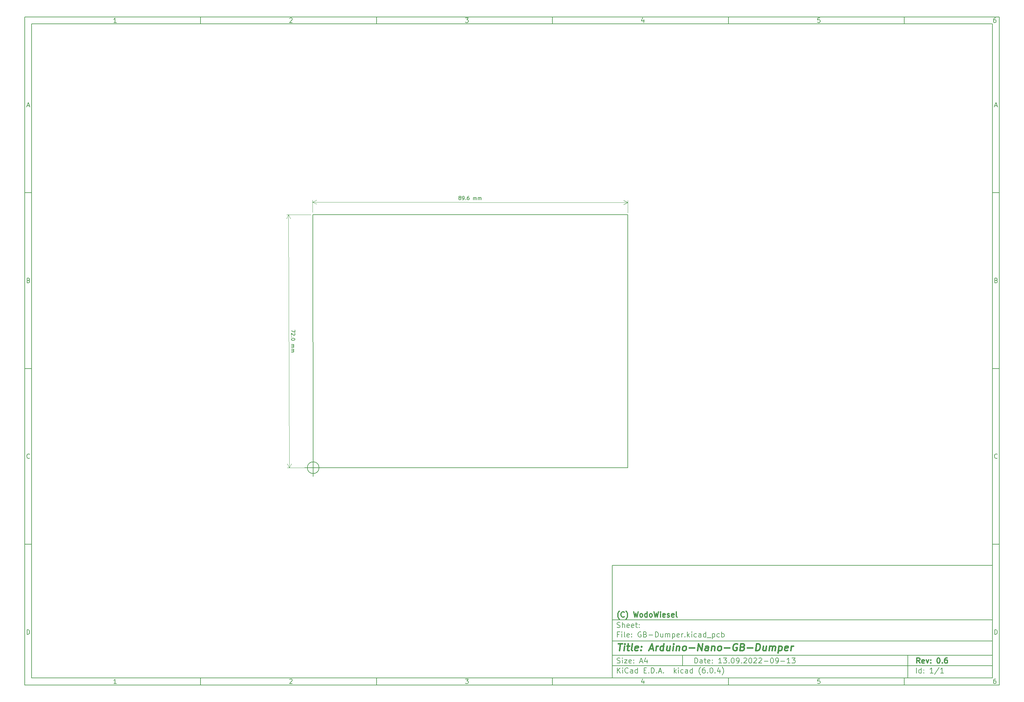
<source format=gbr>
%TF.GenerationSoftware,KiCad,Pcbnew,(6.0.4)*%
%TF.CreationDate,2022-10-03T14:38:54+02:00*%
%TF.ProjectId,GB-Dumper,47422d44-756d-4706-9572-2e6b69636164,0.6*%
%TF.SameCoordinates,PX57bcf00PY83cc3c0*%
%TF.FileFunction,OtherDrawing,Comment*%
%FSLAX46Y46*%
G04 Gerber Fmt 4.6, Leading zero omitted, Abs format (unit mm)*
G04 Created by KiCad (PCBNEW (6.0.4)) date 2022-10-03 14:38:54*
%MOMM*%
%LPD*%
G01*
G04 APERTURE LIST*
%ADD10C,0.100000*%
%ADD11C,0.150000*%
%ADD12C,0.300000*%
%ADD13C,0.400000*%
%TA.AperFunction,Profile*%
%ADD14C,0.150000*%
%TD*%
G04 APERTURE END LIST*
D10*
D11*
X85002200Y-27807200D02*
X85002200Y-59807200D01*
X193002200Y-59807200D01*
X193002200Y-27807200D01*
X85002200Y-27807200D01*
D10*
D11*
X-82000000Y128200000D02*
X-82000000Y-61807200D01*
X195002200Y-61807200D01*
X195002200Y128200000D01*
X-82000000Y128200000D01*
D10*
D11*
X-80000000Y126200000D02*
X-80000000Y-59807200D01*
X193002200Y-59807200D01*
X193002200Y126200000D01*
X-80000000Y126200000D01*
D10*
D11*
X-32000000Y126200000D02*
X-32000000Y128200000D01*
D10*
D11*
X18000000Y126200000D02*
X18000000Y128200000D01*
D10*
D11*
X68000000Y126200000D02*
X68000000Y128200000D01*
D10*
D11*
X118000000Y126200000D02*
X118000000Y128200000D01*
D10*
D11*
X168000000Y126200000D02*
X168000000Y128200000D01*
D10*
D11*
X-55934524Y126611905D02*
X-56677381Y126611905D01*
X-56305953Y126611905D02*
X-56305953Y127911905D01*
X-56429762Y127726191D01*
X-56553572Y127602381D01*
X-56677381Y127540477D01*
D10*
D11*
X-6677381Y127788096D02*
X-6615477Y127850000D01*
X-6491667Y127911905D01*
X-6182143Y127911905D01*
X-6058334Y127850000D01*
X-5996429Y127788096D01*
X-5934524Y127664286D01*
X-5934524Y127540477D01*
X-5996429Y127354762D01*
X-6739286Y126611905D01*
X-5934524Y126611905D01*
D10*
D11*
X43260714Y127911905D02*
X44065476Y127911905D01*
X43632142Y127416667D01*
X43817857Y127416667D01*
X43941666Y127354762D01*
X44003571Y127292858D01*
X44065476Y127169048D01*
X44065476Y126859524D01*
X44003571Y126735715D01*
X43941666Y126673810D01*
X43817857Y126611905D01*
X43446428Y126611905D01*
X43322619Y126673810D01*
X43260714Y126735715D01*
D10*
D11*
X93941666Y127478572D02*
X93941666Y126611905D01*
X93632142Y127973810D02*
X93322619Y127045239D01*
X94127380Y127045239D01*
D10*
D11*
X144003571Y127911905D02*
X143384523Y127911905D01*
X143322619Y127292858D01*
X143384523Y127354762D01*
X143508333Y127416667D01*
X143817857Y127416667D01*
X143941666Y127354762D01*
X144003571Y127292858D01*
X144065476Y127169048D01*
X144065476Y126859524D01*
X144003571Y126735715D01*
X143941666Y126673810D01*
X143817857Y126611905D01*
X143508333Y126611905D01*
X143384523Y126673810D01*
X143322619Y126735715D01*
D10*
D11*
X193941666Y127911905D02*
X193694047Y127911905D01*
X193570238Y127850000D01*
X193508333Y127788096D01*
X193384523Y127602381D01*
X193322619Y127354762D01*
X193322619Y126859524D01*
X193384523Y126735715D01*
X193446428Y126673810D01*
X193570238Y126611905D01*
X193817857Y126611905D01*
X193941666Y126673810D01*
X194003571Y126735715D01*
X194065476Y126859524D01*
X194065476Y127169048D01*
X194003571Y127292858D01*
X193941666Y127354762D01*
X193817857Y127416667D01*
X193570238Y127416667D01*
X193446428Y127354762D01*
X193384523Y127292858D01*
X193322619Y127169048D01*
D10*
D11*
X-32000000Y-59807200D02*
X-32000000Y-61807200D01*
D10*
D11*
X18000000Y-59807200D02*
X18000000Y-61807200D01*
D10*
D11*
X68000000Y-59807200D02*
X68000000Y-61807200D01*
D10*
D11*
X118000000Y-59807200D02*
X118000000Y-61807200D01*
D10*
D11*
X168000000Y-59807200D02*
X168000000Y-61807200D01*
D10*
D11*
X-55934524Y-61395295D02*
X-56677381Y-61395295D01*
X-56305953Y-61395295D02*
X-56305953Y-60095295D01*
X-56429762Y-60281009D01*
X-56553572Y-60404819D01*
X-56677381Y-60466723D01*
D10*
D11*
X-6677381Y-60219104D02*
X-6615477Y-60157200D01*
X-6491667Y-60095295D01*
X-6182143Y-60095295D01*
X-6058334Y-60157200D01*
X-5996429Y-60219104D01*
X-5934524Y-60342914D01*
X-5934524Y-60466723D01*
X-5996429Y-60652438D01*
X-6739286Y-61395295D01*
X-5934524Y-61395295D01*
D10*
D11*
X43260714Y-60095295D02*
X44065476Y-60095295D01*
X43632142Y-60590533D01*
X43817857Y-60590533D01*
X43941666Y-60652438D01*
X44003571Y-60714342D01*
X44065476Y-60838152D01*
X44065476Y-61147676D01*
X44003571Y-61271485D01*
X43941666Y-61333390D01*
X43817857Y-61395295D01*
X43446428Y-61395295D01*
X43322619Y-61333390D01*
X43260714Y-61271485D01*
D10*
D11*
X93941666Y-60528628D02*
X93941666Y-61395295D01*
X93632142Y-60033390D02*
X93322619Y-60961961D01*
X94127380Y-60961961D01*
D10*
D11*
X144003571Y-60095295D02*
X143384523Y-60095295D01*
X143322619Y-60714342D01*
X143384523Y-60652438D01*
X143508333Y-60590533D01*
X143817857Y-60590533D01*
X143941666Y-60652438D01*
X144003571Y-60714342D01*
X144065476Y-60838152D01*
X144065476Y-61147676D01*
X144003571Y-61271485D01*
X143941666Y-61333390D01*
X143817857Y-61395295D01*
X143508333Y-61395295D01*
X143384523Y-61333390D01*
X143322619Y-61271485D01*
D10*
D11*
X193941666Y-60095295D02*
X193694047Y-60095295D01*
X193570238Y-60157200D01*
X193508333Y-60219104D01*
X193384523Y-60404819D01*
X193322619Y-60652438D01*
X193322619Y-61147676D01*
X193384523Y-61271485D01*
X193446428Y-61333390D01*
X193570238Y-61395295D01*
X193817857Y-61395295D01*
X193941666Y-61333390D01*
X194003571Y-61271485D01*
X194065476Y-61147676D01*
X194065476Y-60838152D01*
X194003571Y-60714342D01*
X193941666Y-60652438D01*
X193817857Y-60590533D01*
X193570238Y-60590533D01*
X193446428Y-60652438D01*
X193384523Y-60714342D01*
X193322619Y-60838152D01*
D10*
D11*
X-82000000Y78200000D02*
X-80000000Y78200000D01*
D10*
D11*
X-82000000Y28200000D02*
X-80000000Y28200000D01*
D10*
D11*
X-82000000Y-21800000D02*
X-80000000Y-21800000D01*
D10*
D11*
X-81309524Y102983334D02*
X-80690477Y102983334D01*
X-81433334Y102611905D02*
X-81000000Y103911905D01*
X-80566667Y102611905D01*
D10*
D11*
X-80907143Y53292858D02*
X-80721429Y53230953D01*
X-80659524Y53169048D01*
X-80597620Y53045239D01*
X-80597620Y52859524D01*
X-80659524Y52735715D01*
X-80721429Y52673810D01*
X-80845239Y52611905D01*
X-81340477Y52611905D01*
X-81340477Y53911905D01*
X-80907143Y53911905D01*
X-80783334Y53850000D01*
X-80721429Y53788096D01*
X-80659524Y53664286D01*
X-80659524Y53540477D01*
X-80721429Y53416667D01*
X-80783334Y53354762D01*
X-80907143Y53292858D01*
X-81340477Y53292858D01*
D10*
D11*
X-80597620Y2735715D02*
X-80659524Y2673810D01*
X-80845239Y2611905D01*
X-80969048Y2611905D01*
X-81154762Y2673810D01*
X-81278572Y2797620D01*
X-81340477Y2921429D01*
X-81402381Y3169048D01*
X-81402381Y3354762D01*
X-81340477Y3602381D01*
X-81278572Y3726191D01*
X-81154762Y3850000D01*
X-80969048Y3911905D01*
X-80845239Y3911905D01*
X-80659524Y3850000D01*
X-80597620Y3788096D01*
D10*
D11*
X-81340477Y-47388095D02*
X-81340477Y-46088095D01*
X-81030953Y-46088095D01*
X-80845239Y-46150000D01*
X-80721429Y-46273809D01*
X-80659524Y-46397619D01*
X-80597620Y-46645238D01*
X-80597620Y-46830952D01*
X-80659524Y-47078571D01*
X-80721429Y-47202380D01*
X-80845239Y-47326190D01*
X-81030953Y-47388095D01*
X-81340477Y-47388095D01*
D10*
D11*
X195002200Y78200000D02*
X193002200Y78200000D01*
D10*
D11*
X195002200Y28200000D02*
X193002200Y28200000D01*
D10*
D11*
X195002200Y-21800000D02*
X193002200Y-21800000D01*
D10*
D11*
X193692676Y102983334D02*
X194311723Y102983334D01*
X193568866Y102611905D02*
X194002200Y103911905D01*
X194435533Y102611905D01*
D10*
D11*
X194095057Y53292858D02*
X194280771Y53230953D01*
X194342676Y53169048D01*
X194404580Y53045239D01*
X194404580Y52859524D01*
X194342676Y52735715D01*
X194280771Y52673810D01*
X194156961Y52611905D01*
X193661723Y52611905D01*
X193661723Y53911905D01*
X194095057Y53911905D01*
X194218866Y53850000D01*
X194280771Y53788096D01*
X194342676Y53664286D01*
X194342676Y53540477D01*
X194280771Y53416667D01*
X194218866Y53354762D01*
X194095057Y53292858D01*
X193661723Y53292858D01*
D10*
D11*
X194404580Y2735715D02*
X194342676Y2673810D01*
X194156961Y2611905D01*
X194033152Y2611905D01*
X193847438Y2673810D01*
X193723628Y2797620D01*
X193661723Y2921429D01*
X193599819Y3169048D01*
X193599819Y3354762D01*
X193661723Y3602381D01*
X193723628Y3726191D01*
X193847438Y3850000D01*
X194033152Y3911905D01*
X194156961Y3911905D01*
X194342676Y3850000D01*
X194404580Y3788096D01*
D10*
D11*
X193661723Y-47388095D02*
X193661723Y-46088095D01*
X193971247Y-46088095D01*
X194156961Y-46150000D01*
X194280771Y-46273809D01*
X194342676Y-46397619D01*
X194404580Y-46645238D01*
X194404580Y-46830952D01*
X194342676Y-47078571D01*
X194280771Y-47202380D01*
X194156961Y-47326190D01*
X193971247Y-47388095D01*
X193661723Y-47388095D01*
D10*
D11*
X108434342Y-55585771D02*
X108434342Y-54085771D01*
X108791485Y-54085771D01*
X109005771Y-54157200D01*
X109148628Y-54300057D01*
X109220057Y-54442914D01*
X109291485Y-54728628D01*
X109291485Y-54942914D01*
X109220057Y-55228628D01*
X109148628Y-55371485D01*
X109005771Y-55514342D01*
X108791485Y-55585771D01*
X108434342Y-55585771D01*
X110577200Y-55585771D02*
X110577200Y-54800057D01*
X110505771Y-54657200D01*
X110362914Y-54585771D01*
X110077200Y-54585771D01*
X109934342Y-54657200D01*
X110577200Y-55514342D02*
X110434342Y-55585771D01*
X110077200Y-55585771D01*
X109934342Y-55514342D01*
X109862914Y-55371485D01*
X109862914Y-55228628D01*
X109934342Y-55085771D01*
X110077200Y-55014342D01*
X110434342Y-55014342D01*
X110577200Y-54942914D01*
X111077200Y-54585771D02*
X111648628Y-54585771D01*
X111291485Y-54085771D02*
X111291485Y-55371485D01*
X111362914Y-55514342D01*
X111505771Y-55585771D01*
X111648628Y-55585771D01*
X112720057Y-55514342D02*
X112577200Y-55585771D01*
X112291485Y-55585771D01*
X112148628Y-55514342D01*
X112077200Y-55371485D01*
X112077200Y-54800057D01*
X112148628Y-54657200D01*
X112291485Y-54585771D01*
X112577200Y-54585771D01*
X112720057Y-54657200D01*
X112791485Y-54800057D01*
X112791485Y-54942914D01*
X112077200Y-55085771D01*
X113434342Y-55442914D02*
X113505771Y-55514342D01*
X113434342Y-55585771D01*
X113362914Y-55514342D01*
X113434342Y-55442914D01*
X113434342Y-55585771D01*
X113434342Y-54657200D02*
X113505771Y-54728628D01*
X113434342Y-54800057D01*
X113362914Y-54728628D01*
X113434342Y-54657200D01*
X113434342Y-54800057D01*
X116077200Y-55585771D02*
X115220057Y-55585771D01*
X115648628Y-55585771D02*
X115648628Y-54085771D01*
X115505771Y-54300057D01*
X115362914Y-54442914D01*
X115220057Y-54514342D01*
X116577200Y-54085771D02*
X117505771Y-54085771D01*
X117005771Y-54657200D01*
X117220057Y-54657200D01*
X117362914Y-54728628D01*
X117434342Y-54800057D01*
X117505771Y-54942914D01*
X117505771Y-55300057D01*
X117434342Y-55442914D01*
X117362914Y-55514342D01*
X117220057Y-55585771D01*
X116791485Y-55585771D01*
X116648628Y-55514342D01*
X116577200Y-55442914D01*
X118148628Y-55442914D02*
X118220057Y-55514342D01*
X118148628Y-55585771D01*
X118077200Y-55514342D01*
X118148628Y-55442914D01*
X118148628Y-55585771D01*
X119148628Y-54085771D02*
X119291485Y-54085771D01*
X119434342Y-54157200D01*
X119505771Y-54228628D01*
X119577200Y-54371485D01*
X119648628Y-54657200D01*
X119648628Y-55014342D01*
X119577200Y-55300057D01*
X119505771Y-55442914D01*
X119434342Y-55514342D01*
X119291485Y-55585771D01*
X119148628Y-55585771D01*
X119005771Y-55514342D01*
X118934342Y-55442914D01*
X118862914Y-55300057D01*
X118791485Y-55014342D01*
X118791485Y-54657200D01*
X118862914Y-54371485D01*
X118934342Y-54228628D01*
X119005771Y-54157200D01*
X119148628Y-54085771D01*
X120362914Y-55585771D02*
X120648628Y-55585771D01*
X120791485Y-55514342D01*
X120862914Y-55442914D01*
X121005771Y-55228628D01*
X121077200Y-54942914D01*
X121077200Y-54371485D01*
X121005771Y-54228628D01*
X120934342Y-54157200D01*
X120791485Y-54085771D01*
X120505771Y-54085771D01*
X120362914Y-54157200D01*
X120291485Y-54228628D01*
X120220057Y-54371485D01*
X120220057Y-54728628D01*
X120291485Y-54871485D01*
X120362914Y-54942914D01*
X120505771Y-55014342D01*
X120791485Y-55014342D01*
X120934342Y-54942914D01*
X121005771Y-54871485D01*
X121077200Y-54728628D01*
X121720057Y-55442914D02*
X121791485Y-55514342D01*
X121720057Y-55585771D01*
X121648628Y-55514342D01*
X121720057Y-55442914D01*
X121720057Y-55585771D01*
X122362914Y-54228628D02*
X122434342Y-54157200D01*
X122577200Y-54085771D01*
X122934342Y-54085771D01*
X123077200Y-54157200D01*
X123148628Y-54228628D01*
X123220057Y-54371485D01*
X123220057Y-54514342D01*
X123148628Y-54728628D01*
X122291485Y-55585771D01*
X123220057Y-55585771D01*
X124148628Y-54085771D02*
X124291485Y-54085771D01*
X124434342Y-54157200D01*
X124505771Y-54228628D01*
X124577200Y-54371485D01*
X124648628Y-54657200D01*
X124648628Y-55014342D01*
X124577200Y-55300057D01*
X124505771Y-55442914D01*
X124434342Y-55514342D01*
X124291485Y-55585771D01*
X124148628Y-55585771D01*
X124005771Y-55514342D01*
X123934342Y-55442914D01*
X123862914Y-55300057D01*
X123791485Y-55014342D01*
X123791485Y-54657200D01*
X123862914Y-54371485D01*
X123934342Y-54228628D01*
X124005771Y-54157200D01*
X124148628Y-54085771D01*
X125220057Y-54228628D02*
X125291485Y-54157200D01*
X125434342Y-54085771D01*
X125791485Y-54085771D01*
X125934342Y-54157200D01*
X126005771Y-54228628D01*
X126077200Y-54371485D01*
X126077200Y-54514342D01*
X126005771Y-54728628D01*
X125148628Y-55585771D01*
X126077200Y-55585771D01*
X126648628Y-54228628D02*
X126720057Y-54157200D01*
X126862914Y-54085771D01*
X127220057Y-54085771D01*
X127362914Y-54157200D01*
X127434342Y-54228628D01*
X127505771Y-54371485D01*
X127505771Y-54514342D01*
X127434342Y-54728628D01*
X126577200Y-55585771D01*
X127505771Y-55585771D01*
X128148628Y-55014342D02*
X129291485Y-55014342D01*
X130291485Y-54085771D02*
X130434342Y-54085771D01*
X130577200Y-54157200D01*
X130648628Y-54228628D01*
X130720057Y-54371485D01*
X130791485Y-54657200D01*
X130791485Y-55014342D01*
X130720057Y-55300057D01*
X130648628Y-55442914D01*
X130577200Y-55514342D01*
X130434342Y-55585771D01*
X130291485Y-55585771D01*
X130148628Y-55514342D01*
X130077200Y-55442914D01*
X130005771Y-55300057D01*
X129934342Y-55014342D01*
X129934342Y-54657200D01*
X130005771Y-54371485D01*
X130077200Y-54228628D01*
X130148628Y-54157200D01*
X130291485Y-54085771D01*
X131505771Y-55585771D02*
X131791485Y-55585771D01*
X131934342Y-55514342D01*
X132005771Y-55442914D01*
X132148628Y-55228628D01*
X132220057Y-54942914D01*
X132220057Y-54371485D01*
X132148628Y-54228628D01*
X132077200Y-54157200D01*
X131934342Y-54085771D01*
X131648628Y-54085771D01*
X131505771Y-54157200D01*
X131434342Y-54228628D01*
X131362914Y-54371485D01*
X131362914Y-54728628D01*
X131434342Y-54871485D01*
X131505771Y-54942914D01*
X131648628Y-55014342D01*
X131934342Y-55014342D01*
X132077200Y-54942914D01*
X132148628Y-54871485D01*
X132220057Y-54728628D01*
X132862914Y-55014342D02*
X134005771Y-55014342D01*
X135505771Y-55585771D02*
X134648628Y-55585771D01*
X135077200Y-55585771D02*
X135077200Y-54085771D01*
X134934342Y-54300057D01*
X134791485Y-54442914D01*
X134648628Y-54514342D01*
X136005771Y-54085771D02*
X136934342Y-54085771D01*
X136434342Y-54657200D01*
X136648628Y-54657200D01*
X136791485Y-54728628D01*
X136862914Y-54800057D01*
X136934342Y-54942914D01*
X136934342Y-55300057D01*
X136862914Y-55442914D01*
X136791485Y-55514342D01*
X136648628Y-55585771D01*
X136220057Y-55585771D01*
X136077200Y-55514342D01*
X136005771Y-55442914D01*
D10*
D11*
X85002200Y-56307200D02*
X193002200Y-56307200D01*
D10*
D11*
X86434342Y-58385771D02*
X86434342Y-56885771D01*
X87291485Y-58385771D02*
X86648628Y-57528628D01*
X87291485Y-56885771D02*
X86434342Y-57742914D01*
X87934342Y-58385771D02*
X87934342Y-57385771D01*
X87934342Y-56885771D02*
X87862914Y-56957200D01*
X87934342Y-57028628D01*
X88005771Y-56957200D01*
X87934342Y-56885771D01*
X87934342Y-57028628D01*
X89505771Y-58242914D02*
X89434342Y-58314342D01*
X89220057Y-58385771D01*
X89077200Y-58385771D01*
X88862914Y-58314342D01*
X88720057Y-58171485D01*
X88648628Y-58028628D01*
X88577200Y-57742914D01*
X88577200Y-57528628D01*
X88648628Y-57242914D01*
X88720057Y-57100057D01*
X88862914Y-56957200D01*
X89077200Y-56885771D01*
X89220057Y-56885771D01*
X89434342Y-56957200D01*
X89505771Y-57028628D01*
X90791485Y-58385771D02*
X90791485Y-57600057D01*
X90720057Y-57457200D01*
X90577200Y-57385771D01*
X90291485Y-57385771D01*
X90148628Y-57457200D01*
X90791485Y-58314342D02*
X90648628Y-58385771D01*
X90291485Y-58385771D01*
X90148628Y-58314342D01*
X90077200Y-58171485D01*
X90077200Y-58028628D01*
X90148628Y-57885771D01*
X90291485Y-57814342D01*
X90648628Y-57814342D01*
X90791485Y-57742914D01*
X92148628Y-58385771D02*
X92148628Y-56885771D01*
X92148628Y-58314342D02*
X92005771Y-58385771D01*
X91720057Y-58385771D01*
X91577200Y-58314342D01*
X91505771Y-58242914D01*
X91434342Y-58100057D01*
X91434342Y-57671485D01*
X91505771Y-57528628D01*
X91577200Y-57457200D01*
X91720057Y-57385771D01*
X92005771Y-57385771D01*
X92148628Y-57457200D01*
X94005771Y-57600057D02*
X94505771Y-57600057D01*
X94720057Y-58385771D02*
X94005771Y-58385771D01*
X94005771Y-56885771D01*
X94720057Y-56885771D01*
X95362914Y-58242914D02*
X95434342Y-58314342D01*
X95362914Y-58385771D01*
X95291485Y-58314342D01*
X95362914Y-58242914D01*
X95362914Y-58385771D01*
X96077200Y-58385771D02*
X96077200Y-56885771D01*
X96434342Y-56885771D01*
X96648628Y-56957200D01*
X96791485Y-57100057D01*
X96862914Y-57242914D01*
X96934342Y-57528628D01*
X96934342Y-57742914D01*
X96862914Y-58028628D01*
X96791485Y-58171485D01*
X96648628Y-58314342D01*
X96434342Y-58385771D01*
X96077200Y-58385771D01*
X97577200Y-58242914D02*
X97648628Y-58314342D01*
X97577200Y-58385771D01*
X97505771Y-58314342D01*
X97577200Y-58242914D01*
X97577200Y-58385771D01*
X98220057Y-57957200D02*
X98934342Y-57957200D01*
X98077200Y-58385771D02*
X98577200Y-56885771D01*
X99077200Y-58385771D01*
X99577200Y-58242914D02*
X99648628Y-58314342D01*
X99577200Y-58385771D01*
X99505771Y-58314342D01*
X99577200Y-58242914D01*
X99577200Y-58385771D01*
X102577200Y-58385771D02*
X102577200Y-56885771D01*
X102720057Y-57814342D02*
X103148628Y-58385771D01*
X103148628Y-57385771D02*
X102577200Y-57957200D01*
X103791485Y-58385771D02*
X103791485Y-57385771D01*
X103791485Y-56885771D02*
X103720057Y-56957200D01*
X103791485Y-57028628D01*
X103862914Y-56957200D01*
X103791485Y-56885771D01*
X103791485Y-57028628D01*
X105148628Y-58314342D02*
X105005771Y-58385771D01*
X104720057Y-58385771D01*
X104577200Y-58314342D01*
X104505771Y-58242914D01*
X104434342Y-58100057D01*
X104434342Y-57671485D01*
X104505771Y-57528628D01*
X104577200Y-57457200D01*
X104720057Y-57385771D01*
X105005771Y-57385771D01*
X105148628Y-57457200D01*
X106434342Y-58385771D02*
X106434342Y-57600057D01*
X106362914Y-57457200D01*
X106220057Y-57385771D01*
X105934342Y-57385771D01*
X105791485Y-57457200D01*
X106434342Y-58314342D02*
X106291485Y-58385771D01*
X105934342Y-58385771D01*
X105791485Y-58314342D01*
X105720057Y-58171485D01*
X105720057Y-58028628D01*
X105791485Y-57885771D01*
X105934342Y-57814342D01*
X106291485Y-57814342D01*
X106434342Y-57742914D01*
X107791485Y-58385771D02*
X107791485Y-56885771D01*
X107791485Y-58314342D02*
X107648628Y-58385771D01*
X107362914Y-58385771D01*
X107220057Y-58314342D01*
X107148628Y-58242914D01*
X107077200Y-58100057D01*
X107077200Y-57671485D01*
X107148628Y-57528628D01*
X107220057Y-57457200D01*
X107362914Y-57385771D01*
X107648628Y-57385771D01*
X107791485Y-57457200D01*
X110077200Y-58957200D02*
X110005771Y-58885771D01*
X109862914Y-58671485D01*
X109791485Y-58528628D01*
X109720057Y-58314342D01*
X109648628Y-57957200D01*
X109648628Y-57671485D01*
X109720057Y-57314342D01*
X109791485Y-57100057D01*
X109862914Y-56957200D01*
X110005771Y-56742914D01*
X110077200Y-56671485D01*
X111291485Y-56885771D02*
X111005771Y-56885771D01*
X110862914Y-56957200D01*
X110791485Y-57028628D01*
X110648628Y-57242914D01*
X110577200Y-57528628D01*
X110577200Y-58100057D01*
X110648628Y-58242914D01*
X110720057Y-58314342D01*
X110862914Y-58385771D01*
X111148628Y-58385771D01*
X111291485Y-58314342D01*
X111362914Y-58242914D01*
X111434342Y-58100057D01*
X111434342Y-57742914D01*
X111362914Y-57600057D01*
X111291485Y-57528628D01*
X111148628Y-57457200D01*
X110862914Y-57457200D01*
X110720057Y-57528628D01*
X110648628Y-57600057D01*
X110577200Y-57742914D01*
X112077200Y-58242914D02*
X112148628Y-58314342D01*
X112077200Y-58385771D01*
X112005771Y-58314342D01*
X112077200Y-58242914D01*
X112077200Y-58385771D01*
X113077200Y-56885771D02*
X113220057Y-56885771D01*
X113362914Y-56957200D01*
X113434342Y-57028628D01*
X113505771Y-57171485D01*
X113577200Y-57457200D01*
X113577200Y-57814342D01*
X113505771Y-58100057D01*
X113434342Y-58242914D01*
X113362914Y-58314342D01*
X113220057Y-58385771D01*
X113077200Y-58385771D01*
X112934342Y-58314342D01*
X112862914Y-58242914D01*
X112791485Y-58100057D01*
X112720057Y-57814342D01*
X112720057Y-57457200D01*
X112791485Y-57171485D01*
X112862914Y-57028628D01*
X112934342Y-56957200D01*
X113077200Y-56885771D01*
X114220057Y-58242914D02*
X114291485Y-58314342D01*
X114220057Y-58385771D01*
X114148628Y-58314342D01*
X114220057Y-58242914D01*
X114220057Y-58385771D01*
X115577200Y-57385771D02*
X115577200Y-58385771D01*
X115220057Y-56814342D02*
X114862914Y-57885771D01*
X115791485Y-57885771D01*
X116220057Y-58957200D02*
X116291485Y-58885771D01*
X116434342Y-58671485D01*
X116505771Y-58528628D01*
X116577200Y-58314342D01*
X116648628Y-57957200D01*
X116648628Y-57671485D01*
X116577200Y-57314342D01*
X116505771Y-57100057D01*
X116434342Y-56957200D01*
X116291485Y-56742914D01*
X116220057Y-56671485D01*
D10*
D11*
X85002200Y-53307200D02*
X193002200Y-53307200D01*
D10*
D12*
X172411485Y-55585771D02*
X171911485Y-54871485D01*
X171554342Y-55585771D02*
X171554342Y-54085771D01*
X172125771Y-54085771D01*
X172268628Y-54157200D01*
X172340057Y-54228628D01*
X172411485Y-54371485D01*
X172411485Y-54585771D01*
X172340057Y-54728628D01*
X172268628Y-54800057D01*
X172125771Y-54871485D01*
X171554342Y-54871485D01*
X173625771Y-55514342D02*
X173482914Y-55585771D01*
X173197200Y-55585771D01*
X173054342Y-55514342D01*
X172982914Y-55371485D01*
X172982914Y-54800057D01*
X173054342Y-54657200D01*
X173197200Y-54585771D01*
X173482914Y-54585771D01*
X173625771Y-54657200D01*
X173697200Y-54800057D01*
X173697200Y-54942914D01*
X172982914Y-55085771D01*
X174197200Y-54585771D02*
X174554342Y-55585771D01*
X174911485Y-54585771D01*
X175482914Y-55442914D02*
X175554342Y-55514342D01*
X175482914Y-55585771D01*
X175411485Y-55514342D01*
X175482914Y-55442914D01*
X175482914Y-55585771D01*
X175482914Y-54657200D02*
X175554342Y-54728628D01*
X175482914Y-54800057D01*
X175411485Y-54728628D01*
X175482914Y-54657200D01*
X175482914Y-54800057D01*
X177625771Y-54085771D02*
X177768628Y-54085771D01*
X177911485Y-54157200D01*
X177982914Y-54228628D01*
X178054342Y-54371485D01*
X178125771Y-54657200D01*
X178125771Y-55014342D01*
X178054342Y-55300057D01*
X177982914Y-55442914D01*
X177911485Y-55514342D01*
X177768628Y-55585771D01*
X177625771Y-55585771D01*
X177482914Y-55514342D01*
X177411485Y-55442914D01*
X177340057Y-55300057D01*
X177268628Y-55014342D01*
X177268628Y-54657200D01*
X177340057Y-54371485D01*
X177411485Y-54228628D01*
X177482914Y-54157200D01*
X177625771Y-54085771D01*
X178768628Y-55442914D02*
X178840057Y-55514342D01*
X178768628Y-55585771D01*
X178697200Y-55514342D01*
X178768628Y-55442914D01*
X178768628Y-55585771D01*
X180125771Y-54085771D02*
X179840057Y-54085771D01*
X179697200Y-54157200D01*
X179625771Y-54228628D01*
X179482914Y-54442914D01*
X179411485Y-54728628D01*
X179411485Y-55300057D01*
X179482914Y-55442914D01*
X179554342Y-55514342D01*
X179697200Y-55585771D01*
X179982914Y-55585771D01*
X180125771Y-55514342D01*
X180197200Y-55442914D01*
X180268628Y-55300057D01*
X180268628Y-54942914D01*
X180197200Y-54800057D01*
X180125771Y-54728628D01*
X179982914Y-54657200D01*
X179697200Y-54657200D01*
X179554342Y-54728628D01*
X179482914Y-54800057D01*
X179411485Y-54942914D01*
D10*
D11*
X86362914Y-55514342D02*
X86577200Y-55585771D01*
X86934342Y-55585771D01*
X87077200Y-55514342D01*
X87148628Y-55442914D01*
X87220057Y-55300057D01*
X87220057Y-55157200D01*
X87148628Y-55014342D01*
X87077200Y-54942914D01*
X86934342Y-54871485D01*
X86648628Y-54800057D01*
X86505771Y-54728628D01*
X86434342Y-54657200D01*
X86362914Y-54514342D01*
X86362914Y-54371485D01*
X86434342Y-54228628D01*
X86505771Y-54157200D01*
X86648628Y-54085771D01*
X87005771Y-54085771D01*
X87220057Y-54157200D01*
X87862914Y-55585771D02*
X87862914Y-54585771D01*
X87862914Y-54085771D02*
X87791485Y-54157200D01*
X87862914Y-54228628D01*
X87934342Y-54157200D01*
X87862914Y-54085771D01*
X87862914Y-54228628D01*
X88434342Y-54585771D02*
X89220057Y-54585771D01*
X88434342Y-55585771D01*
X89220057Y-55585771D01*
X90362914Y-55514342D02*
X90220057Y-55585771D01*
X89934342Y-55585771D01*
X89791485Y-55514342D01*
X89720057Y-55371485D01*
X89720057Y-54800057D01*
X89791485Y-54657200D01*
X89934342Y-54585771D01*
X90220057Y-54585771D01*
X90362914Y-54657200D01*
X90434342Y-54800057D01*
X90434342Y-54942914D01*
X89720057Y-55085771D01*
X91077200Y-55442914D02*
X91148628Y-55514342D01*
X91077200Y-55585771D01*
X91005771Y-55514342D01*
X91077200Y-55442914D01*
X91077200Y-55585771D01*
X91077200Y-54657200D02*
X91148628Y-54728628D01*
X91077200Y-54800057D01*
X91005771Y-54728628D01*
X91077200Y-54657200D01*
X91077200Y-54800057D01*
X92862914Y-55157200D02*
X93577200Y-55157200D01*
X92720057Y-55585771D02*
X93220057Y-54085771D01*
X93720057Y-55585771D01*
X94862914Y-54585771D02*
X94862914Y-55585771D01*
X94505771Y-54014342D02*
X94148628Y-55085771D01*
X95077200Y-55085771D01*
D10*
D11*
X171434342Y-58385771D02*
X171434342Y-56885771D01*
X172791485Y-58385771D02*
X172791485Y-56885771D01*
X172791485Y-58314342D02*
X172648628Y-58385771D01*
X172362914Y-58385771D01*
X172220057Y-58314342D01*
X172148628Y-58242914D01*
X172077200Y-58100057D01*
X172077200Y-57671485D01*
X172148628Y-57528628D01*
X172220057Y-57457200D01*
X172362914Y-57385771D01*
X172648628Y-57385771D01*
X172791485Y-57457200D01*
X173505771Y-58242914D02*
X173577200Y-58314342D01*
X173505771Y-58385771D01*
X173434342Y-58314342D01*
X173505771Y-58242914D01*
X173505771Y-58385771D01*
X173505771Y-57457200D02*
X173577200Y-57528628D01*
X173505771Y-57600057D01*
X173434342Y-57528628D01*
X173505771Y-57457200D01*
X173505771Y-57600057D01*
X176148628Y-58385771D02*
X175291485Y-58385771D01*
X175720057Y-58385771D02*
X175720057Y-56885771D01*
X175577200Y-57100057D01*
X175434342Y-57242914D01*
X175291485Y-57314342D01*
X177862914Y-56814342D02*
X176577200Y-58742914D01*
X179148628Y-58385771D02*
X178291485Y-58385771D01*
X178720057Y-58385771D02*
X178720057Y-56885771D01*
X178577200Y-57100057D01*
X178434342Y-57242914D01*
X178291485Y-57314342D01*
D10*
D11*
X85002200Y-49307200D02*
X193002200Y-49307200D01*
D10*
D13*
X86714580Y-50011961D02*
X87857438Y-50011961D01*
X87036009Y-52011961D02*
X87286009Y-50011961D01*
X88274104Y-52011961D02*
X88440771Y-50678628D01*
X88524104Y-50011961D02*
X88416961Y-50107200D01*
X88500295Y-50202438D01*
X88607438Y-50107200D01*
X88524104Y-50011961D01*
X88500295Y-50202438D01*
X89107438Y-50678628D02*
X89869342Y-50678628D01*
X89476485Y-50011961D02*
X89262200Y-51726247D01*
X89333628Y-51916723D01*
X89512200Y-52011961D01*
X89702676Y-52011961D01*
X90655057Y-52011961D02*
X90476485Y-51916723D01*
X90405057Y-51726247D01*
X90619342Y-50011961D01*
X92190771Y-51916723D02*
X91988390Y-52011961D01*
X91607438Y-52011961D01*
X91428866Y-51916723D01*
X91357438Y-51726247D01*
X91452676Y-50964342D01*
X91571723Y-50773866D01*
X91774104Y-50678628D01*
X92155057Y-50678628D01*
X92333628Y-50773866D01*
X92405057Y-50964342D01*
X92381247Y-51154819D01*
X91405057Y-51345295D01*
X93155057Y-51821485D02*
X93238390Y-51916723D01*
X93131247Y-52011961D01*
X93047914Y-51916723D01*
X93155057Y-51821485D01*
X93131247Y-52011961D01*
X93286009Y-50773866D02*
X93369342Y-50869104D01*
X93262200Y-50964342D01*
X93178866Y-50869104D01*
X93286009Y-50773866D01*
X93262200Y-50964342D01*
X95583628Y-51440533D02*
X96536009Y-51440533D01*
X95321723Y-52011961D02*
X96238390Y-50011961D01*
X96655057Y-52011961D01*
X97321723Y-52011961D02*
X97488390Y-50678628D01*
X97440771Y-51059580D02*
X97559819Y-50869104D01*
X97666961Y-50773866D01*
X97869342Y-50678628D01*
X98059819Y-50678628D01*
X99416961Y-52011961D02*
X99666961Y-50011961D01*
X99428866Y-51916723D02*
X99226485Y-52011961D01*
X98845533Y-52011961D01*
X98666961Y-51916723D01*
X98583628Y-51821485D01*
X98512200Y-51631009D01*
X98583628Y-51059580D01*
X98702676Y-50869104D01*
X98809819Y-50773866D01*
X99012200Y-50678628D01*
X99393152Y-50678628D01*
X99571723Y-50773866D01*
X101393152Y-50678628D02*
X101226485Y-52011961D01*
X100536009Y-50678628D02*
X100405057Y-51726247D01*
X100476485Y-51916723D01*
X100655057Y-52011961D01*
X100940771Y-52011961D01*
X101143152Y-51916723D01*
X101250295Y-51821485D01*
X102178866Y-52011961D02*
X102345533Y-50678628D01*
X102428866Y-50011961D02*
X102321723Y-50107200D01*
X102405057Y-50202438D01*
X102512200Y-50107200D01*
X102428866Y-50011961D01*
X102405057Y-50202438D01*
X103297914Y-50678628D02*
X103131247Y-52011961D01*
X103274104Y-50869104D02*
X103381247Y-50773866D01*
X103583628Y-50678628D01*
X103869342Y-50678628D01*
X104047914Y-50773866D01*
X104119342Y-50964342D01*
X103988390Y-52011961D01*
X105226485Y-52011961D02*
X105047914Y-51916723D01*
X104964580Y-51821485D01*
X104893152Y-51631009D01*
X104964580Y-51059580D01*
X105083628Y-50869104D01*
X105190771Y-50773866D01*
X105393152Y-50678628D01*
X105678866Y-50678628D01*
X105857438Y-50773866D01*
X105940771Y-50869104D01*
X106012200Y-51059580D01*
X105940771Y-51631009D01*
X105821723Y-51821485D01*
X105714580Y-51916723D01*
X105512200Y-52011961D01*
X105226485Y-52011961D01*
X106845533Y-51250057D02*
X108369342Y-51250057D01*
X109226485Y-52011961D02*
X109476485Y-50011961D01*
X110369342Y-52011961D01*
X110619342Y-50011961D01*
X112178866Y-52011961D02*
X112309819Y-50964342D01*
X112238390Y-50773866D01*
X112059819Y-50678628D01*
X111678866Y-50678628D01*
X111476485Y-50773866D01*
X112190771Y-51916723D02*
X111988390Y-52011961D01*
X111512200Y-52011961D01*
X111333628Y-51916723D01*
X111262200Y-51726247D01*
X111286009Y-51535771D01*
X111405057Y-51345295D01*
X111607438Y-51250057D01*
X112083628Y-51250057D01*
X112286009Y-51154819D01*
X113297914Y-50678628D02*
X113131247Y-52011961D01*
X113274104Y-50869104D02*
X113381247Y-50773866D01*
X113583628Y-50678628D01*
X113869342Y-50678628D01*
X114047914Y-50773866D01*
X114119342Y-50964342D01*
X113988390Y-52011961D01*
X115226485Y-52011961D02*
X115047914Y-51916723D01*
X114964580Y-51821485D01*
X114893152Y-51631009D01*
X114964580Y-51059580D01*
X115083628Y-50869104D01*
X115190771Y-50773866D01*
X115393152Y-50678628D01*
X115678866Y-50678628D01*
X115857438Y-50773866D01*
X115940771Y-50869104D01*
X116012200Y-51059580D01*
X115940771Y-51631009D01*
X115821723Y-51821485D01*
X115714580Y-51916723D01*
X115512200Y-52011961D01*
X115226485Y-52011961D01*
X116845533Y-51250057D02*
X118369342Y-51250057D01*
X120512200Y-50107200D02*
X120333628Y-50011961D01*
X120047914Y-50011961D01*
X119750295Y-50107200D01*
X119536009Y-50297676D01*
X119416961Y-50488152D01*
X119274104Y-50869104D01*
X119238390Y-51154819D01*
X119286009Y-51535771D01*
X119357438Y-51726247D01*
X119524104Y-51916723D01*
X119797914Y-52011961D01*
X119988390Y-52011961D01*
X120286009Y-51916723D01*
X120393152Y-51821485D01*
X120476485Y-51154819D01*
X120095533Y-51154819D01*
X122024104Y-50964342D02*
X122297914Y-51059580D01*
X122381247Y-51154819D01*
X122452676Y-51345295D01*
X122416961Y-51631009D01*
X122297914Y-51821485D01*
X122190771Y-51916723D01*
X121988390Y-52011961D01*
X121226485Y-52011961D01*
X121476485Y-50011961D01*
X122143152Y-50011961D01*
X122321723Y-50107200D01*
X122405057Y-50202438D01*
X122476485Y-50392914D01*
X122452676Y-50583390D01*
X122333628Y-50773866D01*
X122226485Y-50869104D01*
X122024104Y-50964342D01*
X121357438Y-50964342D01*
X123321723Y-51250057D02*
X124845533Y-51250057D01*
X125702676Y-52011961D02*
X125952676Y-50011961D01*
X126428866Y-50011961D01*
X126702676Y-50107200D01*
X126869342Y-50297676D01*
X126940771Y-50488152D01*
X126988390Y-50869104D01*
X126952676Y-51154819D01*
X126809819Y-51535771D01*
X126690771Y-51726247D01*
X126476485Y-51916723D01*
X126178866Y-52011961D01*
X125702676Y-52011961D01*
X128726485Y-50678628D02*
X128559819Y-52011961D01*
X127869342Y-50678628D02*
X127738390Y-51726247D01*
X127809819Y-51916723D01*
X127988390Y-52011961D01*
X128274104Y-52011961D01*
X128476485Y-51916723D01*
X128583628Y-51821485D01*
X129512200Y-52011961D02*
X129678866Y-50678628D01*
X129655057Y-50869104D02*
X129762200Y-50773866D01*
X129964580Y-50678628D01*
X130250295Y-50678628D01*
X130428866Y-50773866D01*
X130500295Y-50964342D01*
X130369342Y-52011961D01*
X130500295Y-50964342D02*
X130619342Y-50773866D01*
X130821723Y-50678628D01*
X131107438Y-50678628D01*
X131286009Y-50773866D01*
X131357438Y-50964342D01*
X131226485Y-52011961D01*
X132345533Y-50678628D02*
X132095533Y-52678628D01*
X132333628Y-50773866D02*
X132536009Y-50678628D01*
X132916961Y-50678628D01*
X133095533Y-50773866D01*
X133178866Y-50869104D01*
X133250295Y-51059580D01*
X133178866Y-51631009D01*
X133059819Y-51821485D01*
X132952676Y-51916723D01*
X132750295Y-52011961D01*
X132369342Y-52011961D01*
X132190771Y-51916723D01*
X134762200Y-51916723D02*
X134559819Y-52011961D01*
X134178866Y-52011961D01*
X134000295Y-51916723D01*
X133928866Y-51726247D01*
X134024104Y-50964342D01*
X134143152Y-50773866D01*
X134345533Y-50678628D01*
X134726485Y-50678628D01*
X134905057Y-50773866D01*
X134976485Y-50964342D01*
X134952676Y-51154819D01*
X133976485Y-51345295D01*
X135702676Y-52011961D02*
X135869342Y-50678628D01*
X135821723Y-51059580D02*
X135940771Y-50869104D01*
X136047914Y-50773866D01*
X136250295Y-50678628D01*
X136440771Y-50678628D01*
D10*
D11*
X86934342Y-47400057D02*
X86434342Y-47400057D01*
X86434342Y-48185771D02*
X86434342Y-46685771D01*
X87148628Y-46685771D01*
X87720057Y-48185771D02*
X87720057Y-47185771D01*
X87720057Y-46685771D02*
X87648628Y-46757200D01*
X87720057Y-46828628D01*
X87791485Y-46757200D01*
X87720057Y-46685771D01*
X87720057Y-46828628D01*
X88648628Y-48185771D02*
X88505771Y-48114342D01*
X88434342Y-47971485D01*
X88434342Y-46685771D01*
X89791485Y-48114342D02*
X89648628Y-48185771D01*
X89362914Y-48185771D01*
X89220057Y-48114342D01*
X89148628Y-47971485D01*
X89148628Y-47400057D01*
X89220057Y-47257200D01*
X89362914Y-47185771D01*
X89648628Y-47185771D01*
X89791485Y-47257200D01*
X89862914Y-47400057D01*
X89862914Y-47542914D01*
X89148628Y-47685771D01*
X90505771Y-48042914D02*
X90577200Y-48114342D01*
X90505771Y-48185771D01*
X90434342Y-48114342D01*
X90505771Y-48042914D01*
X90505771Y-48185771D01*
X90505771Y-47257200D02*
X90577200Y-47328628D01*
X90505771Y-47400057D01*
X90434342Y-47328628D01*
X90505771Y-47257200D01*
X90505771Y-47400057D01*
X93148628Y-46757200D02*
X93005771Y-46685771D01*
X92791485Y-46685771D01*
X92577200Y-46757200D01*
X92434342Y-46900057D01*
X92362914Y-47042914D01*
X92291485Y-47328628D01*
X92291485Y-47542914D01*
X92362914Y-47828628D01*
X92434342Y-47971485D01*
X92577200Y-48114342D01*
X92791485Y-48185771D01*
X92934342Y-48185771D01*
X93148628Y-48114342D01*
X93220057Y-48042914D01*
X93220057Y-47542914D01*
X92934342Y-47542914D01*
X94362914Y-47400057D02*
X94577200Y-47471485D01*
X94648628Y-47542914D01*
X94720057Y-47685771D01*
X94720057Y-47900057D01*
X94648628Y-48042914D01*
X94577200Y-48114342D01*
X94434342Y-48185771D01*
X93862914Y-48185771D01*
X93862914Y-46685771D01*
X94362914Y-46685771D01*
X94505771Y-46757200D01*
X94577200Y-46828628D01*
X94648628Y-46971485D01*
X94648628Y-47114342D01*
X94577200Y-47257200D01*
X94505771Y-47328628D01*
X94362914Y-47400057D01*
X93862914Y-47400057D01*
X95362914Y-47614342D02*
X96505771Y-47614342D01*
X97220057Y-48185771D02*
X97220057Y-46685771D01*
X97577200Y-46685771D01*
X97791485Y-46757200D01*
X97934342Y-46900057D01*
X98005771Y-47042914D01*
X98077200Y-47328628D01*
X98077200Y-47542914D01*
X98005771Y-47828628D01*
X97934342Y-47971485D01*
X97791485Y-48114342D01*
X97577200Y-48185771D01*
X97220057Y-48185771D01*
X99362914Y-47185771D02*
X99362914Y-48185771D01*
X98720057Y-47185771D02*
X98720057Y-47971485D01*
X98791485Y-48114342D01*
X98934342Y-48185771D01*
X99148628Y-48185771D01*
X99291485Y-48114342D01*
X99362914Y-48042914D01*
X100077200Y-48185771D02*
X100077200Y-47185771D01*
X100077200Y-47328628D02*
X100148628Y-47257200D01*
X100291485Y-47185771D01*
X100505771Y-47185771D01*
X100648628Y-47257200D01*
X100720057Y-47400057D01*
X100720057Y-48185771D01*
X100720057Y-47400057D02*
X100791485Y-47257200D01*
X100934342Y-47185771D01*
X101148628Y-47185771D01*
X101291485Y-47257200D01*
X101362914Y-47400057D01*
X101362914Y-48185771D01*
X102077200Y-47185771D02*
X102077200Y-48685771D01*
X102077200Y-47257200D02*
X102220057Y-47185771D01*
X102505771Y-47185771D01*
X102648628Y-47257200D01*
X102720057Y-47328628D01*
X102791485Y-47471485D01*
X102791485Y-47900057D01*
X102720057Y-48042914D01*
X102648628Y-48114342D01*
X102505771Y-48185771D01*
X102220057Y-48185771D01*
X102077200Y-48114342D01*
X104005771Y-48114342D02*
X103862914Y-48185771D01*
X103577200Y-48185771D01*
X103434342Y-48114342D01*
X103362914Y-47971485D01*
X103362914Y-47400057D01*
X103434342Y-47257200D01*
X103577200Y-47185771D01*
X103862914Y-47185771D01*
X104005771Y-47257200D01*
X104077200Y-47400057D01*
X104077200Y-47542914D01*
X103362914Y-47685771D01*
X104720057Y-48185771D02*
X104720057Y-47185771D01*
X104720057Y-47471485D02*
X104791485Y-47328628D01*
X104862914Y-47257200D01*
X105005771Y-47185771D01*
X105148628Y-47185771D01*
X105648628Y-48042914D02*
X105720057Y-48114342D01*
X105648628Y-48185771D01*
X105577200Y-48114342D01*
X105648628Y-48042914D01*
X105648628Y-48185771D01*
X106362914Y-48185771D02*
X106362914Y-46685771D01*
X106505771Y-47614342D02*
X106934342Y-48185771D01*
X106934342Y-47185771D02*
X106362914Y-47757200D01*
X107577200Y-48185771D02*
X107577200Y-47185771D01*
X107577200Y-46685771D02*
X107505771Y-46757200D01*
X107577200Y-46828628D01*
X107648628Y-46757200D01*
X107577200Y-46685771D01*
X107577200Y-46828628D01*
X108934342Y-48114342D02*
X108791485Y-48185771D01*
X108505771Y-48185771D01*
X108362914Y-48114342D01*
X108291485Y-48042914D01*
X108220057Y-47900057D01*
X108220057Y-47471485D01*
X108291485Y-47328628D01*
X108362914Y-47257200D01*
X108505771Y-47185771D01*
X108791485Y-47185771D01*
X108934342Y-47257200D01*
X110220057Y-48185771D02*
X110220057Y-47400057D01*
X110148628Y-47257200D01*
X110005771Y-47185771D01*
X109720057Y-47185771D01*
X109577200Y-47257200D01*
X110220057Y-48114342D02*
X110077200Y-48185771D01*
X109720057Y-48185771D01*
X109577200Y-48114342D01*
X109505771Y-47971485D01*
X109505771Y-47828628D01*
X109577200Y-47685771D01*
X109720057Y-47614342D01*
X110077200Y-47614342D01*
X110220057Y-47542914D01*
X111577200Y-48185771D02*
X111577200Y-46685771D01*
X111577200Y-48114342D02*
X111434342Y-48185771D01*
X111148628Y-48185771D01*
X111005771Y-48114342D01*
X110934342Y-48042914D01*
X110862914Y-47900057D01*
X110862914Y-47471485D01*
X110934342Y-47328628D01*
X111005771Y-47257200D01*
X111148628Y-47185771D01*
X111434342Y-47185771D01*
X111577200Y-47257200D01*
X111934342Y-48328628D02*
X113077200Y-48328628D01*
X113434342Y-47185771D02*
X113434342Y-48685771D01*
X113434342Y-47257200D02*
X113577200Y-47185771D01*
X113862914Y-47185771D01*
X114005771Y-47257200D01*
X114077200Y-47328628D01*
X114148628Y-47471485D01*
X114148628Y-47900057D01*
X114077200Y-48042914D01*
X114005771Y-48114342D01*
X113862914Y-48185771D01*
X113577200Y-48185771D01*
X113434342Y-48114342D01*
X115434342Y-48114342D02*
X115291485Y-48185771D01*
X115005771Y-48185771D01*
X114862914Y-48114342D01*
X114791485Y-48042914D01*
X114720057Y-47900057D01*
X114720057Y-47471485D01*
X114791485Y-47328628D01*
X114862914Y-47257200D01*
X115005771Y-47185771D01*
X115291485Y-47185771D01*
X115434342Y-47257200D01*
X116077200Y-48185771D02*
X116077200Y-46685771D01*
X116077200Y-47257200D02*
X116220057Y-47185771D01*
X116505771Y-47185771D01*
X116648628Y-47257200D01*
X116720057Y-47328628D01*
X116791485Y-47471485D01*
X116791485Y-47900057D01*
X116720057Y-48042914D01*
X116648628Y-48114342D01*
X116505771Y-48185771D01*
X116220057Y-48185771D01*
X116077200Y-48114342D01*
D10*
D11*
X85002200Y-43307200D02*
X193002200Y-43307200D01*
D10*
D11*
X86362914Y-45414342D02*
X86577200Y-45485771D01*
X86934342Y-45485771D01*
X87077200Y-45414342D01*
X87148628Y-45342914D01*
X87220057Y-45200057D01*
X87220057Y-45057200D01*
X87148628Y-44914342D01*
X87077200Y-44842914D01*
X86934342Y-44771485D01*
X86648628Y-44700057D01*
X86505771Y-44628628D01*
X86434342Y-44557200D01*
X86362914Y-44414342D01*
X86362914Y-44271485D01*
X86434342Y-44128628D01*
X86505771Y-44057200D01*
X86648628Y-43985771D01*
X87005771Y-43985771D01*
X87220057Y-44057200D01*
X87862914Y-45485771D02*
X87862914Y-43985771D01*
X88505771Y-45485771D02*
X88505771Y-44700057D01*
X88434342Y-44557200D01*
X88291485Y-44485771D01*
X88077200Y-44485771D01*
X87934342Y-44557200D01*
X87862914Y-44628628D01*
X89791485Y-45414342D02*
X89648628Y-45485771D01*
X89362914Y-45485771D01*
X89220057Y-45414342D01*
X89148628Y-45271485D01*
X89148628Y-44700057D01*
X89220057Y-44557200D01*
X89362914Y-44485771D01*
X89648628Y-44485771D01*
X89791485Y-44557200D01*
X89862914Y-44700057D01*
X89862914Y-44842914D01*
X89148628Y-44985771D01*
X91077200Y-45414342D02*
X90934342Y-45485771D01*
X90648628Y-45485771D01*
X90505771Y-45414342D01*
X90434342Y-45271485D01*
X90434342Y-44700057D01*
X90505771Y-44557200D01*
X90648628Y-44485771D01*
X90934342Y-44485771D01*
X91077200Y-44557200D01*
X91148628Y-44700057D01*
X91148628Y-44842914D01*
X90434342Y-44985771D01*
X91577200Y-44485771D02*
X92148628Y-44485771D01*
X91791485Y-43985771D02*
X91791485Y-45271485D01*
X91862914Y-45414342D01*
X92005771Y-45485771D01*
X92148628Y-45485771D01*
X92648628Y-45342914D02*
X92720057Y-45414342D01*
X92648628Y-45485771D01*
X92577200Y-45414342D01*
X92648628Y-45342914D01*
X92648628Y-45485771D01*
X92648628Y-44557200D02*
X92720057Y-44628628D01*
X92648628Y-44700057D01*
X92577200Y-44628628D01*
X92648628Y-44557200D01*
X92648628Y-44700057D01*
D10*
D12*
X86982914Y-43057200D02*
X86911485Y-42985771D01*
X86768628Y-42771485D01*
X86697200Y-42628628D01*
X86625771Y-42414342D01*
X86554342Y-42057200D01*
X86554342Y-41771485D01*
X86625771Y-41414342D01*
X86697200Y-41200057D01*
X86768628Y-41057200D01*
X86911485Y-40842914D01*
X86982914Y-40771485D01*
X88411485Y-42342914D02*
X88340057Y-42414342D01*
X88125771Y-42485771D01*
X87982914Y-42485771D01*
X87768628Y-42414342D01*
X87625771Y-42271485D01*
X87554342Y-42128628D01*
X87482914Y-41842914D01*
X87482914Y-41628628D01*
X87554342Y-41342914D01*
X87625771Y-41200057D01*
X87768628Y-41057200D01*
X87982914Y-40985771D01*
X88125771Y-40985771D01*
X88340057Y-41057200D01*
X88411485Y-41128628D01*
X88911485Y-43057200D02*
X88982914Y-42985771D01*
X89125771Y-42771485D01*
X89197200Y-42628628D01*
X89268628Y-42414342D01*
X89340057Y-42057200D01*
X89340057Y-41771485D01*
X89268628Y-41414342D01*
X89197200Y-41200057D01*
X89125771Y-41057200D01*
X88982914Y-40842914D01*
X88911485Y-40771485D01*
X91054342Y-40985771D02*
X91411485Y-42485771D01*
X91697200Y-41414342D01*
X91982914Y-42485771D01*
X92340057Y-40985771D01*
X93125771Y-42485771D02*
X92982914Y-42414342D01*
X92911485Y-42342914D01*
X92840057Y-42200057D01*
X92840057Y-41771485D01*
X92911485Y-41628628D01*
X92982914Y-41557200D01*
X93125771Y-41485771D01*
X93340057Y-41485771D01*
X93482914Y-41557200D01*
X93554342Y-41628628D01*
X93625771Y-41771485D01*
X93625771Y-42200057D01*
X93554342Y-42342914D01*
X93482914Y-42414342D01*
X93340057Y-42485771D01*
X93125771Y-42485771D01*
X94911485Y-42485771D02*
X94911485Y-40985771D01*
X94911485Y-42414342D02*
X94768628Y-42485771D01*
X94482914Y-42485771D01*
X94340057Y-42414342D01*
X94268628Y-42342914D01*
X94197200Y-42200057D01*
X94197200Y-41771485D01*
X94268628Y-41628628D01*
X94340057Y-41557200D01*
X94482914Y-41485771D01*
X94768628Y-41485771D01*
X94911485Y-41557200D01*
X95840057Y-42485771D02*
X95697200Y-42414342D01*
X95625771Y-42342914D01*
X95554342Y-42200057D01*
X95554342Y-41771485D01*
X95625771Y-41628628D01*
X95697200Y-41557200D01*
X95840057Y-41485771D01*
X96054342Y-41485771D01*
X96197200Y-41557200D01*
X96268628Y-41628628D01*
X96340057Y-41771485D01*
X96340057Y-42200057D01*
X96268628Y-42342914D01*
X96197200Y-42414342D01*
X96054342Y-42485771D01*
X95840057Y-42485771D01*
X96840057Y-40985771D02*
X97197200Y-42485771D01*
X97482914Y-41414342D01*
X97768628Y-42485771D01*
X98125771Y-40985771D01*
X98697200Y-42485771D02*
X98697200Y-41485771D01*
X98697200Y-40985771D02*
X98625771Y-41057200D01*
X98697200Y-41128628D01*
X98768628Y-41057200D01*
X98697200Y-40985771D01*
X98697200Y-41128628D01*
X99982914Y-42414342D02*
X99840057Y-42485771D01*
X99554342Y-42485771D01*
X99411485Y-42414342D01*
X99340057Y-42271485D01*
X99340057Y-41700057D01*
X99411485Y-41557200D01*
X99554342Y-41485771D01*
X99840057Y-41485771D01*
X99982914Y-41557200D01*
X100054342Y-41700057D01*
X100054342Y-41842914D01*
X99340057Y-41985771D01*
X100625771Y-42414342D02*
X100768628Y-42485771D01*
X101054342Y-42485771D01*
X101197200Y-42414342D01*
X101268628Y-42271485D01*
X101268628Y-42200057D01*
X101197200Y-42057200D01*
X101054342Y-41985771D01*
X100840057Y-41985771D01*
X100697200Y-41914342D01*
X100625771Y-41771485D01*
X100625771Y-41700057D01*
X100697200Y-41557200D01*
X100840057Y-41485771D01*
X101054342Y-41485771D01*
X101197200Y-41557200D01*
X102482914Y-42414342D02*
X102340057Y-42485771D01*
X102054342Y-42485771D01*
X101911485Y-42414342D01*
X101840057Y-42271485D01*
X101840057Y-41700057D01*
X101911485Y-41557200D01*
X102054342Y-41485771D01*
X102340057Y-41485771D01*
X102482914Y-41557200D01*
X102554342Y-41700057D01*
X102554342Y-41842914D01*
X101840057Y-41985771D01*
X103411485Y-42485771D02*
X103268628Y-42414342D01*
X103197200Y-42271485D01*
X103197200Y-40985771D01*
D10*
D11*
D10*
D11*
D10*
D11*
D10*
D11*
D10*
D11*
X105002200Y-53307200D02*
X105002200Y-56307200D01*
D10*
D11*
X169002200Y-53307200D02*
X169002200Y-59807200D01*
D14*
X89356000Y72000000D02*
X89356000Y24000D01*
X-100000Y72000000D02*
X89356000Y72000000D01*
X0Y0D02*
X-100000Y72000000D01*
X89356000Y24000D02*
X0Y0D01*
D11*
X41583281Y76781685D02*
X41488096Y76829410D01*
X41440531Y76877082D01*
X41393018Y76972374D01*
X41393071Y77019993D01*
X41440796Y77115178D01*
X41488469Y77162743D01*
X41583760Y77210256D01*
X41774236Y77210043D01*
X41869421Y77162318D01*
X41916987Y77114646D01*
X41964499Y77019355D01*
X41964446Y76971736D01*
X41916721Y76876551D01*
X41869049Y76828985D01*
X41773757Y76781472D01*
X41583281Y76781685D01*
X41487990Y76734172D01*
X41440318Y76686606D01*
X41392593Y76591422D01*
X41392380Y76400945D01*
X41439893Y76305654D01*
X41487458Y76257982D01*
X41582643Y76210257D01*
X41773119Y76210044D01*
X41868411Y76257557D01*
X41916083Y76305123D01*
X41963808Y76400307D01*
X41964021Y76590783D01*
X41916508Y76686075D01*
X41868942Y76733747D01*
X41773757Y76781472D01*
X42439786Y76209300D02*
X42630262Y76209087D01*
X42725553Y76256600D01*
X42773225Y76304165D01*
X42868623Y76446916D01*
X42916454Y76637339D01*
X42916880Y77018291D01*
X42869367Y77113582D01*
X42821801Y77161255D01*
X42726616Y77208980D01*
X42536140Y77209193D01*
X42440849Y77161680D01*
X42393177Y77114114D01*
X42345451Y77018929D01*
X42345186Y76780834D01*
X42392698Y76685543D01*
X42440264Y76637871D01*
X42535449Y76590145D01*
X42725925Y76589933D01*
X42821216Y76637445D01*
X42868888Y76685011D01*
X42916614Y76780196D01*
X43344653Y76303527D02*
X43392219Y76255855D01*
X43344547Y76208289D01*
X43296981Y76255962D01*
X43344653Y76303527D01*
X43344547Y76208289D01*
X44250425Y77207278D02*
X44059949Y77207491D01*
X43964658Y77159978D01*
X43916985Y77112413D01*
X43821588Y76969662D01*
X43773756Y76779239D01*
X43773331Y76398287D01*
X43820843Y76302996D01*
X43868409Y76255323D01*
X43963594Y76207598D01*
X44154070Y76207385D01*
X44249361Y76254898D01*
X44297034Y76302464D01*
X44344759Y76397649D01*
X44345025Y76635744D01*
X44297512Y76731035D01*
X44249946Y76778707D01*
X44154761Y76826433D01*
X43964285Y76826645D01*
X43868994Y76779133D01*
X43821322Y76731567D01*
X43773597Y76636382D01*
X45535022Y76205843D02*
X45535766Y76872510D01*
X45535660Y76777272D02*
X45583332Y76824837D01*
X45678623Y76872350D01*
X45821480Y76872191D01*
X45916665Y76824465D01*
X45964178Y76729174D01*
X45963593Y76205365D01*
X45964178Y76729174D02*
X46011903Y76824359D01*
X46107194Y76871872D01*
X46250051Y76871712D01*
X46345236Y76823987D01*
X46392749Y76728695D01*
X46392164Y76204886D01*
X46868354Y76204355D02*
X46869099Y76871021D01*
X46868992Y76775783D02*
X46916664Y76823349D01*
X47011956Y76870861D01*
X47154813Y76870702D01*
X47249998Y76822976D01*
X47297510Y76727685D01*
X47296925Y76203876D01*
X47297510Y76727685D02*
X47345236Y76822870D01*
X47440527Y76870383D01*
X47583384Y76870223D01*
X47678569Y76822498D01*
X47726081Y76727207D01*
X47725497Y76203397D01*
D10*
X-199442Y72600000D02*
X-195483Y76145708D01*
X89356558Y72500000D02*
X89360517Y76045708D01*
X-196137Y75559288D02*
X89359863Y75459288D01*
X-196137Y75559288D02*
X89359863Y75459288D01*
X-196137Y75559288D02*
X929711Y74971610D01*
X-196137Y75559288D02*
X931021Y76144450D01*
X89359863Y75459288D02*
X88234015Y76046966D01*
X89359863Y75459288D02*
X88232705Y74874126D01*
D11*
X-5218829Y39223888D02*
X-5216977Y38557224D01*
X-6218164Y38983016D01*
X-5311289Y38223628D02*
X-5263538Y38176141D01*
X-5215655Y38081036D01*
X-5214993Y37842941D01*
X-5262348Y37747571D01*
X-5309834Y37699820D01*
X-5404940Y37651937D01*
X-5500177Y37651672D01*
X-5643166Y37698894D01*
X-6216180Y38268733D01*
X-6214460Y37649688D01*
X-6118032Y37221383D02*
X-6165519Y37173632D01*
X-6213270Y37221118D01*
X-6165783Y37268869D01*
X-6118032Y37221383D01*
X-6213270Y37221118D01*
X-5211422Y36557232D02*
X-5211157Y36461994D01*
X-5258512Y36366624D01*
X-5305998Y36318873D01*
X-5401104Y36270990D01*
X-5591447Y36222842D01*
X-5829541Y36222180D01*
X-6020149Y36269270D01*
X-6115519Y36316624D01*
X-6163270Y36364111D01*
X-6211153Y36459217D01*
X-6211418Y36554454D01*
X-6164064Y36649824D01*
X-6116577Y36697575D01*
X-6021472Y36745459D01*
X-5831128Y36793607D01*
X-5593034Y36794268D01*
X-5402426Y36747178D01*
X-5307056Y36699824D01*
X-5259305Y36652337D01*
X-5211422Y36557232D01*
X-6207185Y35030651D02*
X-5540521Y35032502D01*
X-5635759Y35032238D02*
X-5588008Y34984751D01*
X-5540124Y34889646D01*
X-5539727Y34746789D01*
X-5587082Y34651419D01*
X-5682187Y34603536D01*
X-6205995Y34602081D01*
X-5682187Y34603536D02*
X-5586817Y34556182D01*
X-5538934Y34461076D01*
X-5538537Y34318219D01*
X-5585891Y34222849D01*
X-5680997Y34174966D01*
X-6204804Y34173511D01*
X-6203482Y33697322D02*
X-5536817Y33699174D01*
X-5632055Y33698910D02*
X-5584304Y33651423D01*
X-5536421Y33556318D01*
X-5536024Y33413461D01*
X-5583378Y33318091D01*
X-5678484Y33270208D01*
X-6202291Y33268753D01*
X-5678484Y33270208D02*
X-5583114Y33222853D01*
X-5535230Y33127748D01*
X-5534833Y32984891D01*
X-5582188Y32889521D01*
X-5677293Y32841638D01*
X-6201101Y32840183D01*
D10*
X-499998Y-1389D02*
X-7393864Y-20539D01*
X-699998Y71998611D02*
X-7593864Y71979461D01*
X-6807447Y-18910D02*
X-7007447Y71981090D01*
X-6807447Y-18910D02*
X-7007447Y71981090D01*
X-6807447Y-18910D02*
X-6224158Y1109218D01*
X-6807447Y-18910D02*
X-7396995Y1105960D01*
X-7007447Y71981090D02*
X-7590736Y70852962D01*
X-7007447Y71981090D02*
X-6417899Y70856220D01*
D14*
X1666666Y0D02*
G75*
G03*
X1666666Y0I-1666666J0D01*
G01*
X-2500000Y0D02*
X2500000Y0D01*
X0Y2500000D02*
X0Y-2500000D01*
M02*

</source>
